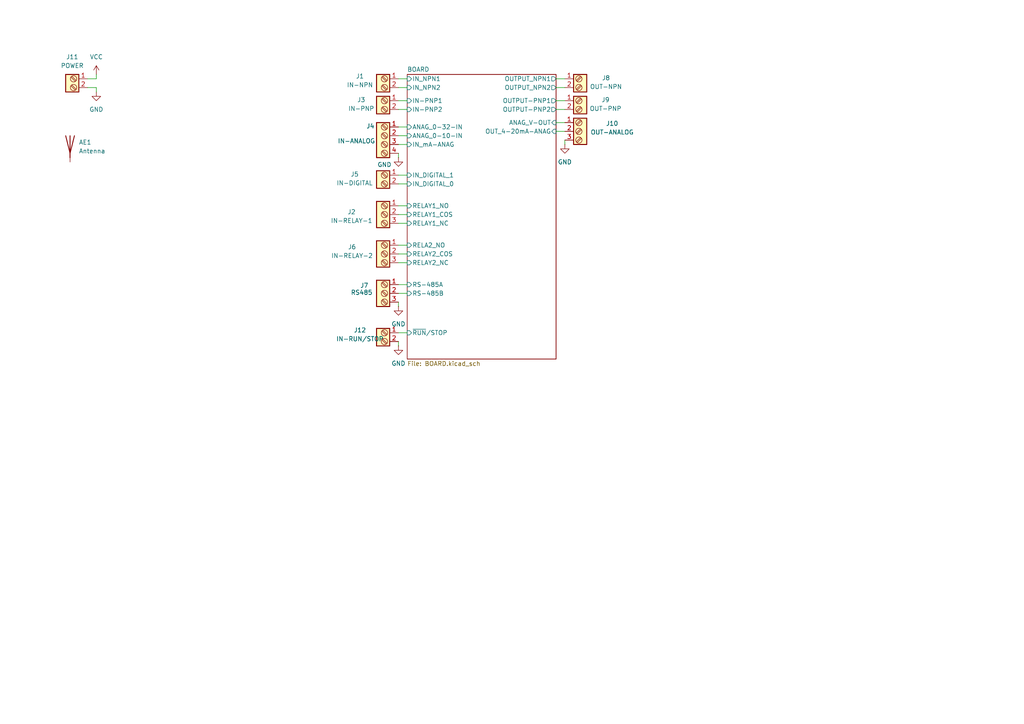
<source format=kicad_sch>
(kicad_sch
	(version 20250114)
	(generator "eeschema")
	(generator_version "9.0")
	(uuid "65bd0161-ef9e-46bf-8f53-5e79265dec38")
	(paper "A4")
	(lib_symbols
		(symbol "Device:Antenna"
			(pin_numbers
				(hide yes)
			)
			(pin_names
				(offset 1.016)
				(hide yes)
			)
			(exclude_from_sim no)
			(in_bom yes)
			(on_board yes)
			(property "Reference" "AE"
				(at -1.905 1.905 0)
				(effects
					(font
						(size 1.27 1.27)
					)
					(justify right)
				)
			)
			(property "Value" "Antenna"
				(at -1.905 0 0)
				(effects
					(font
						(size 1.27 1.27)
					)
					(justify right)
				)
			)
			(property "Footprint" ""
				(at 0 0 0)
				(effects
					(font
						(size 1.27 1.27)
					)
					(hide yes)
				)
			)
			(property "Datasheet" "~"
				(at 0 0 0)
				(effects
					(font
						(size 1.27 1.27)
					)
					(hide yes)
				)
			)
			(property "Description" "Antenna"
				(at 0 0 0)
				(effects
					(font
						(size 1.27 1.27)
					)
					(hide yes)
				)
			)
			(property "ki_keywords" "antenna"
				(at 0 0 0)
				(effects
					(font
						(size 1.27 1.27)
					)
					(hide yes)
				)
			)
			(symbol "Antenna_0_1"
				(polyline
					(pts
						(xy 0 2.54) (xy 0 -3.81)
					)
					(stroke
						(width 0.254)
						(type default)
					)
					(fill
						(type none)
					)
				)
				(polyline
					(pts
						(xy 1.27 2.54) (xy 0 -2.54) (xy -1.27 2.54)
					)
					(stroke
						(width 0.254)
						(type default)
					)
					(fill
						(type none)
					)
				)
			)
			(symbol "Antenna_1_1"
				(pin input line
					(at 0 -5.08 90)
					(length 2.54)
					(name "A"
						(effects
							(font
								(size 1.27 1.27)
							)
						)
					)
					(number "1"
						(effects
							(font
								(size 1.27 1.27)
							)
						)
					)
				)
			)
			(embedded_fonts no)
		)
		(symbol "PCM_SL_Screw_Terminal:Screw_Terminal_2_P5.00mm"
			(exclude_from_sim no)
			(in_bom yes)
			(on_board yes)
			(property "Reference" "J"
				(at 0 3.81 0)
				(effects
					(font
						(size 1.27 1.27)
					)
				)
			)
			(property "Value" "Screw_Terminal_2_P5.00mm"
				(at 0 -3.81 0)
				(effects
					(font
						(size 1.27 1.27)
					)
				)
			)
			(property "Footprint" "TerminalBlock_Phoenix:TerminalBlock_Phoenix_PT-1,5-2-5.0-H_1x02_P5.00mm_Horizontal"
				(at 1.27 -6.35 0)
				(effects
					(font
						(size 1.27 1.27)
					)
					(hide yes)
				)
			)
			(property "Datasheet" ""
				(at 0 0 0)
				(effects
					(font
						(size 1.27 1.27)
					)
					(hide yes)
				)
			)
			(property "Description" ""
				(at 0 0 0)
				(effects
					(font
						(size 1.27 1.27)
					)
					(hide yes)
				)
			)
			(property "ki_keywords" "Screw Terminal"
				(at 0 0 0)
				(effects
					(font
						(size 1.27 1.27)
					)
					(hide yes)
				)
			)
			(symbol "Screw_Terminal_2_P5.00mm_0_1"
				(rectangle
					(start -1.27 2.54)
					(end 2.54 -2.54)
					(stroke
						(width 0.3)
						(type default)
					)
					(fill
						(type background)
					)
				)
				(polyline
					(pts
						(xy -0.254 0.508) (xy 1.016 1.778)
					)
					(stroke
						(width 0)
						(type default)
					)
					(fill
						(type none)
					)
				)
				(polyline
					(pts
						(xy -0.254 -2.032) (xy 1.016 -0.762)
					)
					(stroke
						(width 0)
						(type default)
					)
					(fill
						(type none)
					)
				)
				(polyline
					(pts
						(xy 0 1.27) (xy -0.508 0.762) (xy 0.762 2.032)
					)
					(stroke
						(width 0)
						(type default)
					)
					(fill
						(type none)
					)
				)
				(polyline
					(pts
						(xy 0 -1.27) (xy -0.508 -1.778) (xy 0.762 -0.508)
					)
					(stroke
						(width 0)
						(type default)
					)
					(fill
						(type none)
					)
				)
				(circle
					(center 0.254 1.27)
					(radius 0.9158)
					(stroke
						(width 0)
						(type default)
					)
					(fill
						(type none)
					)
				)
				(circle
					(center 0.254 -1.27)
					(radius 0.9158)
					(stroke
						(width 0)
						(type default)
					)
					(fill
						(type none)
					)
				)
			)
			(symbol "Screw_Terminal_2_P5.00mm_1_1"
				(pin passive line
					(at -3.81 1.27 0)
					(length 2.54)
					(name ""
						(effects
							(font
								(size 1.27 1.27)
							)
						)
					)
					(number "1"
						(effects
							(font
								(size 1.27 1.27)
							)
						)
					)
				)
				(pin passive line
					(at -3.81 -1.27 0)
					(length 2.54)
					(name ""
						(effects
							(font
								(size 1.27 1.27)
							)
						)
					)
					(number "2"
						(effects
							(font
								(size 1.27 1.27)
							)
						)
					)
				)
			)
			(embedded_fonts no)
		)
		(symbol "PCM_SL_Screw_Terminal:Screw_Terminal_3_P5.00mm"
			(exclude_from_sim no)
			(in_bom yes)
			(on_board yes)
			(property "Reference" "J"
				(at 0 5.842 0)
				(effects
					(font
						(size 1.27 1.27)
					)
				)
			)
			(property "Value" "Screw_Terminal_3_P5.00mm"
				(at 1.27 -5.588 0)
				(effects
					(font
						(size 1.27 1.27)
					)
				)
			)
			(property "Footprint" "TerminalBlock_Phoenix:TerminalBlock_Phoenix_PT-1,5-3-5.0-H_1x03_P5.00mm_Horizontal"
				(at 1.27 -7.62 0)
				(effects
					(font
						(size 1.27 1.27)
					)
					(hide yes)
				)
			)
			(property "Datasheet" ""
				(at 0 1.27 0)
				(effects
					(font
						(size 1.27 1.27)
					)
					(hide yes)
				)
			)
			(property "Description" ""
				(at 0 0 0)
				(effects
					(font
						(size 1.27 1.27)
					)
					(hide yes)
				)
			)
			(symbol "Screw_Terminal_3_P5.00mm_0_1"
				(rectangle
					(start -1.27 3.81)
					(end 2.54 -3.81)
					(stroke
						(width 0.3)
						(type default)
					)
					(fill
						(type background)
					)
				)
				(polyline
					(pts
						(xy -0.254 1.778) (xy 1.016 3.048)
					)
					(stroke
						(width 0)
						(type default)
					)
					(fill
						(type none)
					)
				)
				(polyline
					(pts
						(xy -0.254 -0.762) (xy 1.016 0.508)
					)
					(stroke
						(width 0)
						(type default)
					)
					(fill
						(type none)
					)
				)
				(polyline
					(pts
						(xy -0.254 -3.302) (xy 1.016 -2.032)
					)
					(stroke
						(width 0)
						(type default)
					)
					(fill
						(type none)
					)
				)
				(polyline
					(pts
						(xy 0 2.54) (xy -0.508 2.032) (xy 0.762 3.302)
					)
					(stroke
						(width 0)
						(type default)
					)
					(fill
						(type none)
					)
				)
				(polyline
					(pts
						(xy 0 0) (xy -0.508 -0.508) (xy 0.762 0.762)
					)
					(stroke
						(width 0)
						(type default)
					)
					(fill
						(type none)
					)
				)
				(polyline
					(pts
						(xy 0 -2.54) (xy -0.508 -3.048) (xy 0.762 -1.778)
					)
					(stroke
						(width 0)
						(type default)
					)
					(fill
						(type none)
					)
				)
				(circle
					(center 0.254 2.54)
					(radius 0.9158)
					(stroke
						(width 0)
						(type default)
					)
					(fill
						(type none)
					)
				)
				(circle
					(center 0.254 0)
					(radius 0.9158)
					(stroke
						(width 0)
						(type default)
					)
					(fill
						(type none)
					)
				)
				(circle
					(center 0.254 -2.54)
					(radius 0.9158)
					(stroke
						(width 0)
						(type default)
					)
					(fill
						(type none)
					)
				)
			)
			(symbol "Screw_Terminal_3_P5.00mm_1_1"
				(pin passive line
					(at -3.81 2.54 0)
					(length 2.54)
					(name ""
						(effects
							(font
								(size 1.27 1.27)
							)
						)
					)
					(number "1"
						(effects
							(font
								(size 1.27 1.27)
							)
						)
					)
				)
				(pin passive line
					(at -3.81 0 0)
					(length 2.54)
					(name ""
						(effects
							(font
								(size 1.27 1.27)
							)
						)
					)
					(number "2"
						(effects
							(font
								(size 1.27 1.27)
							)
						)
					)
				)
				(pin passive line
					(at -3.81 -2.54 0)
					(length 2.54)
					(name ""
						(effects
							(font
								(size 1.27 1.27)
							)
						)
					)
					(number "3"
						(effects
							(font
								(size 1.27 1.27)
							)
						)
					)
				)
			)
			(embedded_fonts no)
		)
		(symbol "PCM_SL_Screw_Terminal:Screw_Terminal_4_P5.00mm"
			(exclude_from_sim no)
			(in_bom yes)
			(on_board yes)
			(property "Reference" "J"
				(at 0 6.35 0)
				(effects
					(font
						(size 1.27 1.27)
					)
				)
			)
			(property "Value" "Screw_Terminal_4_P5.00mm"
				(at 1.27 -6.35 0)
				(effects
					(font
						(size 1.27 1.27)
					)
				)
			)
			(property "Footprint" "TerminalBlock_Phoenix:TerminalBlock_Phoenix_PT-1,5-4-5.0-H_1x04_P5.00mm_Horizontal"
				(at 0 -8.89 0)
				(effects
					(font
						(size 1.27 1.27)
					)
					(hide yes)
				)
			)
			(property "Datasheet" ""
				(at 0 2.54 0)
				(effects
					(font
						(size 1.27 1.27)
					)
					(hide yes)
				)
			)
			(property "Description" ""
				(at 0 0 0)
				(effects
					(font
						(size 1.27 1.27)
					)
					(hide yes)
				)
			)
			(symbol "Screw_Terminal_4_P5.00mm_0_1"
				(rectangle
					(start -1.27 5.08)
					(end 2.54 -5.08)
					(stroke
						(width 0.3)
						(type default)
					)
					(fill
						(type background)
					)
				)
				(polyline
					(pts
						(xy -0.254 3.048) (xy 1.016 4.318)
					)
					(stroke
						(width 0)
						(type default)
					)
					(fill
						(type none)
					)
				)
				(polyline
					(pts
						(xy -0.254 0.508) (xy 1.016 1.778)
					)
					(stroke
						(width 0)
						(type default)
					)
					(fill
						(type none)
					)
				)
				(polyline
					(pts
						(xy -0.254 -2.032) (xy 1.016 -0.762)
					)
					(stroke
						(width 0)
						(type default)
					)
					(fill
						(type none)
					)
				)
				(polyline
					(pts
						(xy -0.254 -4.572) (xy 1.016 -3.302)
					)
					(stroke
						(width 0)
						(type default)
					)
					(fill
						(type none)
					)
				)
				(polyline
					(pts
						(xy 0 3.81) (xy -0.508 3.302) (xy 0.762 4.572)
					)
					(stroke
						(width 0)
						(type default)
					)
					(fill
						(type none)
					)
				)
				(polyline
					(pts
						(xy 0 1.27) (xy -0.508 0.762) (xy 0.762 2.032)
					)
					(stroke
						(width 0)
						(type default)
					)
					(fill
						(type none)
					)
				)
				(polyline
					(pts
						(xy 0 -1.27) (xy -0.508 -1.778) (xy 0.762 -0.508)
					)
					(stroke
						(width 0)
						(type default)
					)
					(fill
						(type none)
					)
				)
				(polyline
					(pts
						(xy 0 -3.81) (xy -0.508 -4.318) (xy 0.762 -3.048)
					)
					(stroke
						(width 0)
						(type default)
					)
					(fill
						(type none)
					)
				)
				(circle
					(center 0.254 3.81)
					(radius 0.9158)
					(stroke
						(width 0)
						(type default)
					)
					(fill
						(type none)
					)
				)
				(circle
					(center 0.254 1.27)
					(radius 0.9158)
					(stroke
						(width 0)
						(type default)
					)
					(fill
						(type none)
					)
				)
				(circle
					(center 0.254 -1.27)
					(radius 0.9158)
					(stroke
						(width 0)
						(type default)
					)
					(fill
						(type none)
					)
				)
				(circle
					(center 0.254 -3.81)
					(radius 0.9158)
					(stroke
						(width 0)
						(type default)
					)
					(fill
						(type none)
					)
				)
			)
			(symbol "Screw_Terminal_4_P5.00mm_1_1"
				(pin passive line
					(at -3.81 3.81 0)
					(length 2.54)
					(name ""
						(effects
							(font
								(size 1.27 1.27)
							)
						)
					)
					(number "1"
						(effects
							(font
								(size 1.27 1.27)
							)
						)
					)
				)
				(pin passive line
					(at -3.81 1.27 0)
					(length 2.54)
					(name ""
						(effects
							(font
								(size 1.27 1.27)
							)
						)
					)
					(number "2"
						(effects
							(font
								(size 1.27 1.27)
							)
						)
					)
				)
				(pin passive line
					(at -3.81 -1.27 0)
					(length 2.54)
					(name ""
						(effects
							(font
								(size 1.27 1.27)
							)
						)
					)
					(number "3"
						(effects
							(font
								(size 1.27 1.27)
							)
						)
					)
				)
				(pin passive line
					(at -3.81 -3.81 0)
					(length 2.54)
					(name ""
						(effects
							(font
								(size 1.27 1.27)
							)
						)
					)
					(number "4"
						(effects
							(font
								(size 1.27 1.27)
							)
						)
					)
				)
			)
			(embedded_fonts no)
		)
		(symbol "power:GND"
			(power)
			(pin_numbers
				(hide yes)
			)
			(pin_names
				(offset 0)
				(hide yes)
			)
			(exclude_from_sim no)
			(in_bom yes)
			(on_board yes)
			(property "Reference" "#PWR"
				(at 0 -6.35 0)
				(effects
					(font
						(size 1.27 1.27)
					)
					(hide yes)
				)
			)
			(property "Value" "GND"
				(at 0 -3.81 0)
				(effects
					(font
						(size 1.27 1.27)
					)
				)
			)
			(property "Footprint" ""
				(at 0 0 0)
				(effects
					(font
						(size 1.27 1.27)
					)
					(hide yes)
				)
			)
			(property "Datasheet" ""
				(at 0 0 0)
				(effects
					(font
						(size 1.27 1.27)
					)
					(hide yes)
				)
			)
			(property "Description" "Power symbol creates a global label with name \"GND\" , ground"
				(at 0 0 0)
				(effects
					(font
						(size 1.27 1.27)
					)
					(hide yes)
				)
			)
			(property "ki_keywords" "global power"
				(at 0 0 0)
				(effects
					(font
						(size 1.27 1.27)
					)
					(hide yes)
				)
			)
			(symbol "GND_0_1"
				(polyline
					(pts
						(xy 0 0) (xy 0 -1.27) (xy 1.27 -1.27) (xy 0 -2.54) (xy -1.27 -1.27) (xy 0 -1.27)
					)
					(stroke
						(width 0)
						(type default)
					)
					(fill
						(type none)
					)
				)
			)
			(symbol "GND_1_1"
				(pin power_in line
					(at 0 0 270)
					(length 0)
					(name "~"
						(effects
							(font
								(size 1.27 1.27)
							)
						)
					)
					(number "1"
						(effects
							(font
								(size 1.27 1.27)
							)
						)
					)
				)
			)
			(embedded_fonts no)
		)
		(symbol "power:VCC"
			(power)
			(pin_numbers
				(hide yes)
			)
			(pin_names
				(offset 0)
				(hide yes)
			)
			(exclude_from_sim no)
			(in_bom yes)
			(on_board yes)
			(property "Reference" "#PWR"
				(at 0 -3.81 0)
				(effects
					(font
						(size 1.27 1.27)
					)
					(hide yes)
				)
			)
			(property "Value" "VCC"
				(at 0 3.556 0)
				(effects
					(font
						(size 1.27 1.27)
					)
				)
			)
			(property "Footprint" ""
				(at 0 0 0)
				(effects
					(font
						(size 1.27 1.27)
					)
					(hide yes)
				)
			)
			(property "Datasheet" ""
				(at 0 0 0)
				(effects
					(font
						(size 1.27 1.27)
					)
					(hide yes)
				)
			)
			(property "Description" "Power symbol creates a global label with name \"VCC\""
				(at 0 0 0)
				(effects
					(font
						(size 1.27 1.27)
					)
					(hide yes)
				)
			)
			(property "ki_keywords" "global power"
				(at 0 0 0)
				(effects
					(font
						(size 1.27 1.27)
					)
					(hide yes)
				)
			)
			(symbol "VCC_0_1"
				(polyline
					(pts
						(xy -0.762 1.27) (xy 0 2.54)
					)
					(stroke
						(width 0)
						(type default)
					)
					(fill
						(type none)
					)
				)
				(polyline
					(pts
						(xy 0 2.54) (xy 0.762 1.27)
					)
					(stroke
						(width 0)
						(type default)
					)
					(fill
						(type none)
					)
				)
				(polyline
					(pts
						(xy 0 0) (xy 0 2.54)
					)
					(stroke
						(width 0)
						(type default)
					)
					(fill
						(type none)
					)
				)
			)
			(symbol "VCC_1_1"
				(pin power_in line
					(at 0 0 90)
					(length 0)
					(name "~"
						(effects
							(font
								(size 1.27 1.27)
							)
						)
					)
					(number "1"
						(effects
							(font
								(size 1.27 1.27)
							)
						)
					)
				)
			)
			(embedded_fonts no)
		)
	)
	(wire
		(pts
			(xy 115.57 59.69) (xy 118.11 59.69)
		)
		(stroke
			(width 0)
			(type default)
		)
		(uuid "02f7d02f-6861-4204-9720-d15d0b92f5d6")
	)
	(wire
		(pts
			(xy 161.29 25.4) (xy 163.83 25.4)
		)
		(stroke
			(width 0)
			(type default)
		)
		(uuid "0311ad33-7fe4-49d2-9dc2-36e74f4c172d")
	)
	(wire
		(pts
			(xy 161.29 29.21) (xy 163.83 29.21)
		)
		(stroke
			(width 0)
			(type default)
		)
		(uuid "0679aab0-6b76-4f61-b1be-8e7fa41c5cb8")
	)
	(wire
		(pts
			(xy 115.57 53.34) (xy 118.11 53.34)
		)
		(stroke
			(width 0)
			(type default)
		)
		(uuid "0ebad3fb-450c-44d2-a987-f063680b281b")
	)
	(wire
		(pts
			(xy 115.57 100.33) (xy 115.57 99.06)
		)
		(stroke
			(width 0)
			(type default)
		)
		(uuid "11d1c517-f618-417d-8862-a15d963678a1")
	)
	(wire
		(pts
			(xy 161.29 38.1) (xy 163.83 38.1)
		)
		(stroke
			(width 0)
			(type default)
		)
		(uuid "1750445f-be62-45b2-8f3e-4b0cd5fbbaa0")
	)
	(wire
		(pts
			(xy 115.57 41.91) (xy 118.11 41.91)
		)
		(stroke
			(width 0)
			(type default)
		)
		(uuid "1cd37925-1ede-4506-bc6a-5928d8b648d5")
	)
	(wire
		(pts
			(xy 27.94 26.67) (xy 27.94 25.4)
		)
		(stroke
			(width 0)
			(type default)
		)
		(uuid "24174e6c-72de-44bd-85d6-6853013eac07")
	)
	(wire
		(pts
			(xy 27.94 22.86) (xy 25.4 22.86)
		)
		(stroke
			(width 0)
			(type default)
		)
		(uuid "2d81ce4f-1be9-4147-8291-cc2241fb561f")
	)
	(wire
		(pts
			(xy 115.57 29.21) (xy 118.11 29.21)
		)
		(stroke
			(width 0)
			(type default)
		)
		(uuid "408d6cca-da0f-4fce-a9cc-3c0c598f3ad6")
	)
	(wire
		(pts
			(xy 115.57 73.66) (xy 118.11 73.66)
		)
		(stroke
			(width 0)
			(type default)
		)
		(uuid "4c44b567-6d94-4195-8ddf-cf411c99f24e")
	)
	(wire
		(pts
			(xy 115.57 25.4) (xy 118.11 25.4)
		)
		(stroke
			(width 0)
			(type default)
		)
		(uuid "4e70a5c3-19f9-4f9b-9d84-101f716849da")
	)
	(wire
		(pts
			(xy 115.57 71.12) (xy 118.11 71.12)
		)
		(stroke
			(width 0)
			(type default)
		)
		(uuid "560ad702-e081-42a2-8b64-67cd371af9d7")
	)
	(wire
		(pts
			(xy 115.57 85.09) (xy 118.11 85.09)
		)
		(stroke
			(width 0)
			(type default)
		)
		(uuid "62f53112-7b9c-446e-8d49-cf6438484479")
	)
	(wire
		(pts
			(xy 115.57 22.86) (xy 118.11 22.86)
		)
		(stroke
			(width 0)
			(type default)
		)
		(uuid "66e30d46-f89e-4822-9b67-14f5fb0f0355")
	)
	(wire
		(pts
			(xy 163.83 40.64) (xy 163.83 41.91)
		)
		(stroke
			(width 0)
			(type default)
		)
		(uuid "74fa91fd-7f0c-4c0d-a4ad-2c5048cdf508")
	)
	(wire
		(pts
			(xy 115.57 87.63) (xy 115.57 88.9)
		)
		(stroke
			(width 0)
			(type default)
		)
		(uuid "79b0d410-43b9-4b12-b045-3592354a60aa")
	)
	(wire
		(pts
			(xy 161.29 35.56) (xy 163.83 35.56)
		)
		(stroke
			(width 0)
			(type default)
		)
		(uuid "86de7d46-a067-4502-bf1a-ac8181c18681")
	)
	(wire
		(pts
			(xy 115.57 62.23) (xy 118.11 62.23)
		)
		(stroke
			(width 0)
			(type default)
		)
		(uuid "93a7dbd2-3f0d-48a0-befe-31bc8d0c3384")
	)
	(wire
		(pts
			(xy 161.29 31.75) (xy 163.83 31.75)
		)
		(stroke
			(width 0)
			(type default)
		)
		(uuid "97d1a302-b3ad-47cf-b5e3-ed02c53f3a0a")
	)
	(wire
		(pts
			(xy 27.94 25.4) (xy 25.4 25.4)
		)
		(stroke
			(width 0)
			(type default)
		)
		(uuid "a15737e9-19e2-4a80-b46d-a20bd7bb8997")
	)
	(wire
		(pts
			(xy 115.57 39.37) (xy 118.11 39.37)
		)
		(stroke
			(width 0)
			(type default)
		)
		(uuid "a3967b45-f818-486f-9cc8-0218abca8512")
	)
	(wire
		(pts
			(xy 115.57 64.77) (xy 118.11 64.77)
		)
		(stroke
			(width 0)
			(type default)
		)
		(uuid "ada3c2cf-acf9-4dfd-8f70-ad06f7e95a43")
	)
	(wire
		(pts
			(xy 115.57 76.2) (xy 118.11 76.2)
		)
		(stroke
			(width 0)
			(type default)
		)
		(uuid "b0367d8f-b137-44fb-9d67-c965370db48f")
	)
	(wire
		(pts
			(xy 115.57 31.75) (xy 118.11 31.75)
		)
		(stroke
			(width 0)
			(type default)
		)
		(uuid "b788111f-059d-4343-aabc-eb9c9c24737b")
	)
	(wire
		(pts
			(xy 115.57 44.45) (xy 115.57 45.72)
		)
		(stroke
			(width 0)
			(type default)
		)
		(uuid "c07b1f73-dd98-4cd8-bae8-9d720620c537")
	)
	(wire
		(pts
			(xy 115.57 36.83) (xy 118.11 36.83)
		)
		(stroke
			(width 0)
			(type default)
		)
		(uuid "c827ab82-0a43-46b3-95d5-b7e57609c3e4")
	)
	(wire
		(pts
			(xy 27.94 21.59) (xy 27.94 22.86)
		)
		(stroke
			(width 0)
			(type default)
		)
		(uuid "e78df6ba-96d2-4991-87ab-c17c51025305")
	)
	(wire
		(pts
			(xy 115.57 96.52) (xy 118.11 96.52)
		)
		(stroke
			(width 0)
			(type default)
		)
		(uuid "e79cb01d-a663-47ce-b110-a60b963caba1")
	)
	(wire
		(pts
			(xy 115.57 50.8) (xy 118.11 50.8)
		)
		(stroke
			(width 0)
			(type default)
		)
		(uuid "f6d4655b-6e3c-49f5-879f-cc129769b06c")
	)
	(wire
		(pts
			(xy 161.29 22.86) (xy 163.83 22.86)
		)
		(stroke
			(width 0)
			(type default)
		)
		(uuid "f8910cbf-29c4-40f6-88ee-2ec1373359c9")
	)
	(wire
		(pts
			(xy 115.57 82.55) (xy 118.11 82.55)
		)
		(stroke
			(width 0)
			(type default)
		)
		(uuid "f8b04541-1df7-464a-b021-afff61e13bc8")
	)
	(symbol
		(lib_id "power:VCC")
		(at 27.94 21.59 0)
		(unit 1)
		(exclude_from_sim no)
		(in_bom yes)
		(on_board yes)
		(dnp no)
		(fields_autoplaced yes)
		(uuid "19b1f32d-f7ce-4f7b-9685-b99c2b960e40")
		(property "Reference" "#PWR01"
			(at 27.94 25.4 0)
			(effects
				(font
					(size 1.27 1.27)
				)
				(hide yes)
			)
		)
		(property "Value" "VCC"
			(at 27.94 16.51 0)
			(effects
				(font
					(size 1.27 1.27)
				)
			)
		)
		(property "Footprint" ""
			(at 27.94 21.59 0)
			(effects
				(font
					(size 1.27 1.27)
				)
				(hide yes)
			)
		)
		(property "Datasheet" ""
			(at 27.94 21.59 0)
			(effects
				(font
					(size 1.27 1.27)
				)
				(hide yes)
			)
		)
		(property "Description" "Power symbol creates a global label with name \"VCC\""
			(at 27.94 21.59 0)
			(effects
				(font
					(size 1.27 1.27)
				)
				(hide yes)
			)
		)
		(pin "1"
			(uuid "5900d356-b8e1-4957-bac5-8e2e944f6fce")
		)
		(instances
			(project ""
				(path "/65bd0161-ef9e-46bf-8f53-5e79265dec38"
					(reference "#PWR01")
					(unit 1)
				)
			)
		)
	)
	(symbol
		(lib_id "PCM_SL_Screw_Terminal:Screw_Terminal_2_P5.00mm")
		(at 111.76 52.07 0)
		(mirror y)
		(unit 1)
		(exclude_from_sim no)
		(in_bom yes)
		(on_board yes)
		(dnp no)
		(uuid "1c5fb7ed-fc83-42be-bbdb-8b2cb6c7409c")
		(property "Reference" "J5"
			(at 102.87 50.546 0)
			(effects
				(font
					(size 1.27 1.27)
				)
			)
		)
		(property "Value" "IN-DIGITAL"
			(at 102.87 53.086 0)
			(effects
				(font
					(size 1.27 1.27)
				)
			)
		)
		(property "Footprint" "TerminalBlock_Phoenix:TerminalBlock_Phoenix_PT-1,5-2-5.0-H_1x02_P5.00mm_Horizontal"
			(at 110.49 58.42 0)
			(effects
				(font
					(size 1.27 1.27)
				)
				(hide yes)
			)
		)
		(property "Datasheet" ""
			(at 111.76 52.07 0)
			(effects
				(font
					(size 1.27 1.27)
				)
				(hide yes)
			)
		)
		(property "Description" ""
			(at 111.76 52.07 0)
			(effects
				(font
					(size 1.27 1.27)
				)
				(hide yes)
			)
		)
		(pin "1"
			(uuid "aced23a0-3cae-4cb8-9563-72b53af71457")
		)
		(pin "2"
			(uuid "6b6d2f40-714b-4402-8b05-fbd974ce1c73")
		)
		(instances
			(project "PCB2"
				(path "/65bd0161-ef9e-46bf-8f53-5e79265dec38"
					(reference "J5")
					(unit 1)
				)
			)
		)
	)
	(symbol
		(lib_id "power:GND")
		(at 163.83 41.91 0)
		(unit 1)
		(exclude_from_sim no)
		(in_bom yes)
		(on_board yes)
		(dnp no)
		(fields_autoplaced yes)
		(uuid "2f23e1bd-2556-4611-bcbd-cd2f59a3502d")
		(property "Reference" "#PWR06"
			(at 163.83 48.26 0)
			(effects
				(font
					(size 1.27 1.27)
				)
				(hide yes)
			)
		)
		(property "Value" "GND"
			(at 163.83 46.99 0)
			(effects
				(font
					(size 1.27 1.27)
				)
			)
		)
		(property "Footprint" ""
			(at 163.83 41.91 0)
			(effects
				(font
					(size 1.27 1.27)
				)
				(hide yes)
			)
		)
		(property "Datasheet" ""
			(at 163.83 41.91 0)
			(effects
				(font
					(size 1.27 1.27)
				)
				(hide yes)
			)
		)
		(property "Description" "Power symbol creates a global label with name \"GND\" , ground"
			(at 163.83 41.91 0)
			(effects
				(font
					(size 1.27 1.27)
				)
				(hide yes)
			)
		)
		(pin "1"
			(uuid "b608ebcf-a648-4359-ba2a-03b8a383b4d4")
		)
		(instances
			(project "PCB2"
				(path "/65bd0161-ef9e-46bf-8f53-5e79265dec38"
					(reference "#PWR06")
					(unit 1)
				)
			)
		)
	)
	(symbol
		(lib_id "PCM_SL_Screw_Terminal:Screw_Terminal_2_P5.00mm")
		(at 111.76 97.79 0)
		(mirror y)
		(unit 1)
		(exclude_from_sim no)
		(in_bom yes)
		(on_board yes)
		(dnp no)
		(uuid "315a787f-1251-4cf5-80e3-7d0d1f118544")
		(property "Reference" "J12"
			(at 104.394 95.758 0)
			(effects
				(font
					(size 1.27 1.27)
				)
			)
		)
		(property "Value" "IN-RUN/STOP"
			(at 104.394 98.298 0)
			(effects
				(font
					(size 1.27 1.27)
				)
			)
		)
		(property "Footprint" "TerminalBlock_Phoenix:TerminalBlock_Phoenix_PT-1,5-2-5.0-H_1x02_P5.00mm_Horizontal"
			(at 110.49 104.14 0)
			(effects
				(font
					(size 1.27 1.27)
				)
				(hide yes)
			)
		)
		(property "Datasheet" ""
			(at 111.76 97.79 0)
			(effects
				(font
					(size 1.27 1.27)
				)
				(hide yes)
			)
		)
		(property "Description" ""
			(at 111.76 97.79 0)
			(effects
				(font
					(size 1.27 1.27)
				)
				(hide yes)
			)
		)
		(pin "1"
			(uuid "f761d1c7-2021-4f12-a0aa-d81dd4388707")
		)
		(pin "2"
			(uuid "1ce90182-deac-4e40-a2c3-1e9ffdfc44b7")
		)
		(instances
			(project "PCB2"
				(path "/65bd0161-ef9e-46bf-8f53-5e79265dec38"
					(reference "J12")
					(unit 1)
				)
			)
		)
	)
	(symbol
		(lib_id "power:GND")
		(at 115.57 100.33 0)
		(unit 1)
		(exclude_from_sim no)
		(in_bom yes)
		(on_board yes)
		(dnp no)
		(fields_autoplaced yes)
		(uuid "4ed9b792-5bcd-4cfa-b324-71244b7027f8")
		(property "Reference" "#PWR05"
			(at 115.57 106.68 0)
			(effects
				(font
					(size 1.27 1.27)
				)
				(hide yes)
			)
		)
		(property "Value" "GND"
			(at 115.57 105.41 0)
			(effects
				(font
					(size 1.27 1.27)
				)
			)
		)
		(property "Footprint" ""
			(at 115.57 100.33 0)
			(effects
				(font
					(size 1.27 1.27)
				)
				(hide yes)
			)
		)
		(property "Datasheet" ""
			(at 115.57 100.33 0)
			(effects
				(font
					(size 1.27 1.27)
				)
				(hide yes)
			)
		)
		(property "Description" "Power symbol creates a global label with name \"GND\" , ground"
			(at 115.57 100.33 0)
			(effects
				(font
					(size 1.27 1.27)
				)
				(hide yes)
			)
		)
		(pin "1"
			(uuid "10dfa3f6-79fb-4e24-a2ab-a32680cde8d3")
		)
		(instances
			(project "PCB2"
				(path "/65bd0161-ef9e-46bf-8f53-5e79265dec38"
					(reference "#PWR05")
					(unit 1)
				)
			)
		)
	)
	(symbol
		(lib_id "power:GND")
		(at 115.57 88.9 0)
		(unit 1)
		(exclude_from_sim no)
		(in_bom yes)
		(on_board yes)
		(dnp no)
		(fields_autoplaced yes)
		(uuid "6601d930-4663-4cfe-a97f-30e6e77c5ee3")
		(property "Reference" "#PWR07"
			(at 115.57 95.25 0)
			(effects
				(font
					(size 1.27 1.27)
				)
				(hide yes)
			)
		)
		(property "Value" "GND"
			(at 115.57 93.98 0)
			(effects
				(font
					(size 1.27 1.27)
				)
			)
		)
		(property "Footprint" ""
			(at 115.57 88.9 0)
			(effects
				(font
					(size 1.27 1.27)
				)
				(hide yes)
			)
		)
		(property "Datasheet" ""
			(at 115.57 88.9 0)
			(effects
				(font
					(size 1.27 1.27)
				)
				(hide yes)
			)
		)
		(property "Description" "Power symbol creates a global label with name \"GND\" , ground"
			(at 115.57 88.9 0)
			(effects
				(font
					(size 1.27 1.27)
				)
				(hide yes)
			)
		)
		(pin "1"
			(uuid "cc384eba-6f7d-401a-8b43-f3f45072006b")
		)
		(instances
			(project "PCB2"
				(path "/65bd0161-ef9e-46bf-8f53-5e79265dec38"
					(reference "#PWR07")
					(unit 1)
				)
			)
		)
	)
	(symbol
		(lib_id "PCM_SL_Screw_Terminal:Screw_Terminal_2_P5.00mm")
		(at 21.59 24.13 0)
		(mirror y)
		(unit 1)
		(exclude_from_sim no)
		(in_bom yes)
		(on_board yes)
		(dnp no)
		(uuid "67632a9f-8979-48b7-9de5-26f93ce66729")
		(property "Reference" "J11"
			(at 20.955 16.51 0)
			(effects
				(font
					(size 1.27 1.27)
				)
			)
		)
		(property "Value" "POWER"
			(at 20.955 19.05 0)
			(effects
				(font
					(size 1.27 1.27)
				)
			)
		)
		(property "Footprint" "TerminalBlock_Phoenix:TerminalBlock_Phoenix_PT-1,5-2-5.0-H_1x02_P5.00mm_Horizontal"
			(at 20.32 30.48 0)
			(effects
				(font
					(size 1.27 1.27)
				)
				(hide yes)
			)
		)
		(property "Datasheet" ""
			(at 21.59 24.13 0)
			(effects
				(font
					(size 1.27 1.27)
				)
				(hide yes)
			)
		)
		(property "Description" ""
			(at 21.59 24.13 0)
			(effects
				(font
					(size 1.27 1.27)
				)
				(hide yes)
			)
		)
		(pin "1"
			(uuid "7558d84a-cdef-4aa3-a476-7a1934b197b7")
		)
		(pin "2"
			(uuid "304e711c-2f9a-4ff9-bee5-16e2638b31e0")
		)
		(instances
			(project "PCB2"
				(path "/65bd0161-ef9e-46bf-8f53-5e79265dec38"
					(reference "J11")
					(unit 1)
				)
			)
		)
	)
	(symbol
		(lib_id "PCM_SL_Screw_Terminal:Screw_Terminal_2_P5.00mm")
		(at 111.76 24.13 0)
		(mirror y)
		(unit 1)
		(exclude_from_sim no)
		(in_bom yes)
		(on_board yes)
		(dnp no)
		(uuid "8f9da007-9492-4023-af11-60adf86c03f4")
		(property "Reference" "J1"
			(at 104.394 22.098 0)
			(effects
				(font
					(size 1.27 1.27)
				)
			)
		)
		(property "Value" "IN-NPN"
			(at 104.394 24.638 0)
			(effects
				(font
					(size 1.27 1.27)
				)
			)
		)
		(property "Footprint" "TerminalBlock_Phoenix:TerminalBlock_Phoenix_PT-1,5-2-5.0-H_1x02_P5.00mm_Horizontal"
			(at 110.49 30.48 0)
			(effects
				(font
					(size 1.27 1.27)
				)
				(hide yes)
			)
		)
		(property "Datasheet" ""
			(at 111.76 24.13 0)
			(effects
				(font
					(size 1.27 1.27)
				)
				(hide yes)
			)
		)
		(property "Description" ""
			(at 111.76 24.13 0)
			(effects
				(font
					(size 1.27 1.27)
				)
				(hide yes)
			)
		)
		(pin "1"
			(uuid "e829dab0-9d49-463d-9c89-5e966b4d28aa")
		)
		(pin "2"
			(uuid "4c4f8906-a241-40fe-9a52-9fac78ea4170")
		)
		(instances
			(project ""
				(path "/65bd0161-ef9e-46bf-8f53-5e79265dec38"
					(reference "J1")
					(unit 1)
				)
			)
		)
	)
	(symbol
		(lib_id "PCM_SL_Screw_Terminal:Screw_Terminal_3_P5.00mm")
		(at 111.76 73.66 0)
		(mirror y)
		(unit 1)
		(exclude_from_sim no)
		(in_bom yes)
		(on_board yes)
		(dnp no)
		(uuid "92dd3510-fdf9-4466-afab-4fdd38e2da7e")
		(property "Reference" "J6"
			(at 102.108 71.628 0)
			(effects
				(font
					(size 1.27 1.27)
				)
			)
		)
		(property "Value" "IN-RELAY-2"
			(at 102.108 74.168 0)
			(effects
				(font
					(size 1.27 1.27)
				)
			)
		)
		(property "Footprint" "TerminalBlock_Phoenix:TerminalBlock_Phoenix_PT-1,5-3-5.0-H_1x03_P5.00mm_Horizontal"
			(at 110.49 81.28 0)
			(effects
				(font
					(size 1.27 1.27)
				)
				(hide yes)
			)
		)
		(property "Datasheet" ""
			(at 111.76 72.39 0)
			(effects
				(font
					(size 1.27 1.27)
				)
				(hide yes)
			)
		)
		(property "Description" ""
			(at 111.76 73.66 0)
			(effects
				(font
					(size 1.27 1.27)
				)
				(hide yes)
			)
		)
		(pin "3"
			(uuid "b88a7b76-c835-40ab-87ed-8e76421cb69d")
		)
		(pin "1"
			(uuid "caec0224-ba85-47f2-941e-e216572f8a4f")
		)
		(pin "2"
			(uuid "6aaa998f-92bb-4ef1-9e6a-99bd4db31d7d")
		)
		(instances
			(project "PCB2"
				(path "/65bd0161-ef9e-46bf-8f53-5e79265dec38"
					(reference "J6")
					(unit 1)
				)
			)
		)
	)
	(symbol
		(lib_id "PCM_SL_Screw_Terminal:Screw_Terminal_3_P5.00mm")
		(at 111.76 62.23 0)
		(mirror y)
		(unit 1)
		(exclude_from_sim no)
		(in_bom yes)
		(on_board yes)
		(dnp no)
		(uuid "9b7a58b6-5d26-4e2c-bfcb-bd360a5d7124")
		(property "Reference" "J2"
			(at 101.981 61.468 0)
			(effects
				(font
					(size 1.27 1.27)
				)
			)
		)
		(property "Value" "IN-RELAY-1"
			(at 101.981 64.008 0)
			(effects
				(font
					(size 1.27 1.27)
				)
			)
		)
		(property "Footprint" "TerminalBlock_Phoenix:TerminalBlock_Phoenix_PT-1,5-3-5.0-H_1x03_P5.00mm_Horizontal"
			(at 110.49 69.85 0)
			(effects
				(font
					(size 1.27 1.27)
				)
				(hide yes)
			)
		)
		(property "Datasheet" ""
			(at 111.76 60.96 0)
			(effects
				(font
					(size 1.27 1.27)
				)
				(hide yes)
			)
		)
		(property "Description" ""
			(at 111.76 62.23 0)
			(effects
				(font
					(size 1.27 1.27)
				)
				(hide yes)
			)
		)
		(pin "3"
			(uuid "b078252e-5024-4cf1-a917-59be5baf36ab")
		)
		(pin "1"
			(uuid "1f1234fc-d209-4706-9235-818454be7861")
		)
		(pin "2"
			(uuid "f80e362f-87c7-4ef3-a688-94d538b8917b")
		)
		(instances
			(project ""
				(path "/65bd0161-ef9e-46bf-8f53-5e79265dec38"
					(reference "J2")
					(unit 1)
				)
			)
		)
	)
	(symbol
		(lib_id "PCM_SL_Screw_Terminal:Screw_Terminal_2_P5.00mm")
		(at 167.64 30.48 0)
		(unit 1)
		(exclude_from_sim no)
		(in_bom yes)
		(on_board yes)
		(dnp no)
		(uuid "a37bb016-d40c-414f-b7fc-91177a758ac4")
		(property "Reference" "J9"
			(at 175.641 28.956 0)
			(effects
				(font
					(size 1.27 1.27)
				)
			)
		)
		(property "Value" "OUT-PNP"
			(at 175.641 31.496 0)
			(effects
				(font
					(size 1.27 1.27)
				)
			)
		)
		(property "Footprint" "TerminalBlock_Phoenix:TerminalBlock_Phoenix_PT-1,5-2-5.0-H_1x02_P5.00mm_Horizontal"
			(at 168.91 36.83 0)
			(effects
				(font
					(size 1.27 1.27)
				)
				(hide yes)
			)
		)
		(property "Datasheet" ""
			(at 167.64 30.48 0)
			(effects
				(font
					(size 1.27 1.27)
				)
				(hide yes)
			)
		)
		(property "Description" ""
			(at 167.64 30.48 0)
			(effects
				(font
					(size 1.27 1.27)
				)
				(hide yes)
			)
		)
		(pin "1"
			(uuid "52b1f7ea-1676-434c-afda-fc77eeb77079")
		)
		(pin "2"
			(uuid "b9e17745-64e8-437d-89bc-f2ba73314116")
		)
		(instances
			(project "PCB2"
				(path "/65bd0161-ef9e-46bf-8f53-5e79265dec38"
					(reference "J9")
					(unit 1)
				)
			)
		)
	)
	(symbol
		(lib_id "PCM_SL_Screw_Terminal:Screw_Terminal_3_P5.00mm")
		(at 111.76 85.09 0)
		(mirror y)
		(unit 1)
		(exclude_from_sim no)
		(in_bom yes)
		(on_board yes)
		(dnp no)
		(uuid "a9108ff3-0f6e-4cd4-8917-4943d80658bb")
		(property "Reference" "J7"
			(at 105.664 82.804 0)
			(effects
				(font
					(size 1.27 1.27)
				)
			)
		)
		(property "Value" "RS485"
			(at 104.902 84.836 0)
			(effects
				(font
					(size 1.27 1.27)
				)
			)
		)
		(property "Footprint" "TerminalBlock_Phoenix:TerminalBlock_Phoenix_PT-1,5-3-5.0-H_1x03_P5.00mm_Horizontal"
			(at 110.49 92.71 0)
			(effects
				(font
					(size 1.27 1.27)
				)
				(hide yes)
			)
		)
		(property "Datasheet" ""
			(at 111.76 83.82 0)
			(effects
				(font
					(size 1.27 1.27)
				)
				(hide yes)
			)
		)
		(property "Description" ""
			(at 111.76 85.09 0)
			(effects
				(font
					(size 1.27 1.27)
				)
				(hide yes)
			)
		)
		(pin "3"
			(uuid "fe7b2853-76ac-4c86-96ee-33e0abba01bd")
		)
		(pin "1"
			(uuid "c7900e6c-429e-40fc-b18a-53f1169b0633")
		)
		(pin "2"
			(uuid "707ac383-f049-42c0-bc6a-7b942643e33b")
		)
		(instances
			(project "PCB2"
				(path "/65bd0161-ef9e-46bf-8f53-5e79265dec38"
					(reference "J7")
					(unit 1)
				)
			)
		)
	)
	(symbol
		(lib_id "PCM_SL_Screw_Terminal:Screw_Terminal_2_P5.00mm")
		(at 111.76 30.48 0)
		(mirror y)
		(unit 1)
		(exclude_from_sim no)
		(in_bom yes)
		(on_board yes)
		(dnp no)
		(uuid "b7f1774b-474e-4f98-a778-7d7193250a82")
		(property "Reference" "J3"
			(at 104.775 28.956 0)
			(effects
				(font
					(size 1.27 1.27)
				)
			)
		)
		(property "Value" "IN-PNP"
			(at 104.775 31.496 0)
			(effects
				(font
					(size 1.27 1.27)
				)
			)
		)
		(property "Footprint" "TerminalBlock_Phoenix:TerminalBlock_Phoenix_PT-1,5-2-5.0-H_1x02_P5.00mm_Horizontal"
			(at 110.49 36.83 0)
			(effects
				(font
					(size 1.27 1.27)
				)
				(hide yes)
			)
		)
		(property "Datasheet" ""
			(at 111.76 30.48 0)
			(effects
				(font
					(size 1.27 1.27)
				)
				(hide yes)
			)
		)
		(property "Description" ""
			(at 111.76 30.48 0)
			(effects
				(font
					(size 1.27 1.27)
				)
				(hide yes)
			)
		)
		(pin "1"
			(uuid "0ae24fec-4bfe-49a7-9384-e63302627382")
		)
		(pin "2"
			(uuid "2ac9693e-14bd-4a15-98d8-4f060ab95700")
		)
		(instances
			(project "PCB2"
				(path "/65bd0161-ef9e-46bf-8f53-5e79265dec38"
					(reference "J3")
					(unit 1)
				)
			)
		)
	)
	(symbol
		(lib_id "power:GND")
		(at 115.57 45.72 0)
		(unit 1)
		(exclude_from_sim no)
		(in_bom yes)
		(on_board yes)
		(dnp no)
		(uuid "b9890939-59f9-48c9-a570-a6cb0e667c56")
		(property "Reference" "#PWR04"
			(at 115.57 52.07 0)
			(effects
				(font
					(size 1.27 1.27)
				)
				(hide yes)
			)
		)
		(property "Value" "GND"
			(at 111.506 47.752 0)
			(effects
				(font
					(size 1.27 1.27)
				)
			)
		)
		(property "Footprint" ""
			(at 115.57 45.72 0)
			(effects
				(font
					(size 1.27 1.27)
				)
				(hide yes)
			)
		)
		(property "Datasheet" ""
			(at 115.57 45.72 0)
			(effects
				(font
					(size 1.27 1.27)
				)
				(hide yes)
			)
		)
		(property "Description" "Power symbol creates a global label with name \"GND\" , ground"
			(at 115.57 45.72 0)
			(effects
				(font
					(size 1.27 1.27)
				)
				(hide yes)
			)
		)
		(pin "1"
			(uuid "24e28540-5c06-475d-9bcd-21f40f779c57")
		)
		(instances
			(project ""
				(path "/65bd0161-ef9e-46bf-8f53-5e79265dec38"
					(reference "#PWR04")
					(unit 1)
				)
			)
		)
	)
	(symbol
		(lib_id "PCM_SL_Screw_Terminal:Screw_Terminal_4_P5.00mm")
		(at 111.76 40.64 0)
		(mirror y)
		(unit 1)
		(exclude_from_sim no)
		(in_bom yes)
		(on_board yes)
		(dnp no)
		(uuid "c6c609be-90a1-4bf2-ae32-8ad7cd507839")
		(property "Reference" "J4"
			(at 107.442 36.576 0)
			(effects
				(font
					(size 1.27 1.27)
				)
			)
		)
		(property "Value" "IN-ANALOG"
			(at 103.378 40.894 0)
			(effects
				(font
					(size 1.27 1.27)
				)
			)
		)
		(property "Footprint" "TerminalBlock_Phoenix:TerminalBlock_Phoenix_PT-1,5-4-5.0-H_1x04_P5.00mm_Horizontal"
			(at 111.76 49.53 0)
			(effects
				(font
					(size 1.27 1.27)
				)
				(hide yes)
			)
		)
		(property "Datasheet" "~"
			(at 111.76 38.1 0)
			(effects
				(font
					(size 1.27 1.27)
				)
				(hide yes)
			)
		)
		(property "Description" "Generic screw terminal, single row, 01x04, script generated (kicad-library-utils/schlib/autogen/connector/)"
			(at 111.76 40.64 0)
			(effects
				(font
					(size 1.27 1.27)
				)
				(hide yes)
			)
		)
		(pin "1"
			(uuid "392ce399-f07d-4fab-a7a2-befe4957c94b")
		)
		(pin "2"
			(uuid "386e5766-783d-4fcf-ac37-8e9de7ea97de")
		)
		(pin "4"
			(uuid "be086799-85ab-4053-aab1-cf50b7ac9c96")
		)
		(pin "3"
			(uuid "dfecf981-df1a-4370-a4a7-eaa200b7790a")
		)
		(instances
			(project "PCB2"
				(path "/65bd0161-ef9e-46bf-8f53-5e79265dec38"
					(reference "J4")
					(unit 1)
				)
			)
		)
	)
	(symbol
		(lib_id "power:GND")
		(at 27.94 26.67 0)
		(unit 1)
		(exclude_from_sim no)
		(in_bom yes)
		(on_board yes)
		(dnp no)
		(fields_autoplaced yes)
		(uuid "c98f9f38-bfad-43d3-be4c-d2852cce73a7")
		(property "Reference" "#PWR02"
			(at 27.94 33.02 0)
			(effects
				(font
					(size 1.27 1.27)
				)
				(hide yes)
			)
		)
		(property "Value" "GND"
			(at 27.94 31.75 0)
			(effects
				(font
					(size 1.27 1.27)
				)
			)
		)
		(property "Footprint" ""
			(at 27.94 26.67 0)
			(effects
				(font
					(size 1.27 1.27)
				)
				(hide yes)
			)
		)
		(property "Datasheet" ""
			(at 27.94 26.67 0)
			(effects
				(font
					(size 1.27 1.27)
				)
				(hide yes)
			)
		)
		(property "Description" "Power symbol creates a global label with name \"GND\" , ground"
			(at 27.94 26.67 0)
			(effects
				(font
					(size 1.27 1.27)
				)
				(hide yes)
			)
		)
		(pin "1"
			(uuid "94fea585-637a-4486-9be7-d51b2458b1fe")
		)
		(instances
			(project ""
				(path "/65bd0161-ef9e-46bf-8f53-5e79265dec38"
					(reference "#PWR02")
					(unit 1)
				)
			)
		)
	)
	(symbol
		(lib_id "PCM_SL_Screw_Terminal:Screw_Terminal_2_P5.00mm")
		(at 167.64 24.13 0)
		(unit 1)
		(exclude_from_sim no)
		(in_bom yes)
		(on_board yes)
		(dnp no)
		(uuid "c9dcb53c-35cd-4de1-b9c4-2501183aad13")
		(property "Reference" "J8"
			(at 175.768 22.606 0)
			(effects
				(font
					(size 1.27 1.27)
				)
			)
		)
		(property "Value" "OUT-NPN"
			(at 175.768 25.146 0)
			(effects
				(font
					(size 1.27 1.27)
				)
			)
		)
		(property "Footprint" "TerminalBlock_Phoenix:TerminalBlock_Phoenix_PT-1,5-2-5.0-H_1x02_P5.00mm_Horizontal"
			(at 168.91 30.48 0)
			(effects
				(font
					(size 1.27 1.27)
				)
				(hide yes)
			)
		)
		(property "Datasheet" ""
			(at 167.64 24.13 0)
			(effects
				(font
					(size 1.27 1.27)
				)
				(hide yes)
			)
		)
		(property "Description" ""
			(at 167.64 24.13 0)
			(effects
				(font
					(size 1.27 1.27)
				)
				(hide yes)
			)
		)
		(pin "1"
			(uuid "48cf745b-8a35-4264-a721-a669713d8c62")
		)
		(pin "2"
			(uuid "b0d0c844-c14c-448e-bdeb-8a17044e2df5")
		)
		(instances
			(project "PCB2"
				(path "/65bd0161-ef9e-46bf-8f53-5e79265dec38"
					(reference "J8")
					(unit 1)
				)
			)
		)
	)
	(symbol
		(lib_id "PCM_SL_Screw_Terminal:Screw_Terminal_3_P5.00mm")
		(at 167.64 38.1 0)
		(unit 1)
		(exclude_from_sim no)
		(in_bom yes)
		(on_board yes)
		(dnp no)
		(uuid "d944b2b2-6aa2-4222-9377-ed1d8906366c")
		(property "Reference" "J10"
			(at 177.546 35.814 0)
			(effects
				(font
					(size 1.27 1.27)
				)
			)
		)
		(property "Value" "OUT-ANALOG"
			(at 177.546 38.354 0)
			(effects
				(font
					(size 1.27 1.27)
				)
			)
		)
		(property "Footprint" "TerminalBlock_Phoenix:TerminalBlock_Phoenix_PT-1,5-3-5.0-H_1x03_P5.00mm_Horizontal"
			(at 168.91 45.72 0)
			(effects
				(font
					(size 1.27 1.27)
				)
				(hide yes)
			)
		)
		(property "Datasheet" ""
			(at 167.64 36.83 0)
			(effects
				(font
					(size 1.27 1.27)
				)
				(hide yes)
			)
		)
		(property "Description" ""
			(at 167.64 38.1 0)
			(effects
				(font
					(size 1.27 1.27)
				)
				(hide yes)
			)
		)
		(pin "1"
			(uuid "8a9eec65-0fc1-4a25-a049-b2318789ac7d")
		)
		(pin "2"
			(uuid "b8526a29-8abb-489c-8039-ed839ef85183")
		)
		(pin "3"
			(uuid "712aa365-38a7-470e-8b98-7d1098e4b51c")
		)
		(instances
			(project "PCB2"
				(path "/65bd0161-ef9e-46bf-8f53-5e79265dec38"
					(reference "J10")
					(unit 1)
				)
			)
		)
	)
	(symbol
		(lib_id "Device:Antenna")
		(at 20.32 41.91 0)
		(unit 1)
		(exclude_from_sim no)
		(in_bom yes)
		(on_board no)
		(dnp no)
		(fields_autoplaced yes)
		(uuid "effc8861-2a73-40e9-bc36-7a53b8ee4b0d")
		(property "Reference" "AE1"
			(at 22.86 41.2749 0)
			(effects
				(font
					(size 1.27 1.27)
				)
				(justify left)
			)
		)
		(property "Value" "Antenna"
			(at 22.86 43.8149 0)
			(effects
				(font
					(size 1.27 1.27)
				)
				(justify left)
			)
		)
		(property "Footprint" ""
			(at 20.32 41.91 0)
			(effects
				(font
					(size 1.27 1.27)
				)
				(hide yes)
			)
		)
		(property "Datasheet" "~"
			(at 20.32 41.91 0)
			(effects
				(font
					(size 1.27 1.27)
				)
				(hide yes)
			)
		)
		(property "Description" "Antenna"
			(at 20.32 41.91 0)
			(effects
				(font
					(size 1.27 1.27)
				)
				(hide yes)
			)
		)
		(pin "1"
			(uuid "6b912310-c1f5-412e-b194-c8e746c53bb9")
		)
		(instances
			(project ""
				(path "/65bd0161-ef9e-46bf-8f53-5e79265dec38"
					(reference "AE1")
					(unit 1)
				)
			)
		)
	)
	(sheet
		(at 118.11 21.59)
		(size 43.18 82.55)
		(exclude_from_sim no)
		(in_bom yes)
		(on_board yes)
		(dnp no)
		(fields_autoplaced yes)
		(stroke
			(width 0.1524)
			(type solid)
		)
		(fill
			(color 0 0 0 0.0000)
		)
		(uuid "b9169cbc-15eb-4442-a6f5-930282d069c3")
		(property "Sheetname" "BOARD"
			(at 118.11 20.8784 0)
			(effects
				(font
					(size 1.27 1.27)
				)
				(justify left bottom)
			)
		)
		(property "Sheetfile" "BOARD.kicad_sch"
			(at 118.11 104.7246 0)
			(effects
				(font
					(size 1.27 1.27)
				)
				(justify left top)
			)
		)
		(property "Field2" ""
			(at 118.11 21.59 0)
			(effects
				(font
					(size 1.27 1.27)
				)
			)
		)
		(pin "ANAG_0-10-IN" input
			(at 118.11 39.37 180)
			(uuid "c32b778a-c68e-40d9-89bf-775606214069")
			(effects
				(font
					(size 1.27 1.27)
				)
				(justify left)
			)
		)
		(pin "ANAG_0-32-IN" input
			(at 118.11 36.83 180)
			(uuid "1caff2ec-9849-4137-ac42-c31614fc5f37")
			(effects
				(font
					(size 1.27 1.27)
				)
				(justify left)
			)
		)
		(pin "IN-PNP1" input
			(at 118.11 29.21 180)
			(uuid "2981e1fc-a5a4-491b-a627-66f2cd7c08b2")
			(effects
				(font
					(size 1.27 1.27)
				)
				(justify left)
			)
		)
		(pin "IN-PNP2" input
			(at 118.11 31.75 180)
			(uuid "34587721-f131-4b14-8f0a-17238bbc667e")
			(effects
				(font
					(size 1.27 1.27)
				)
				(justify left)
			)
		)
		(pin "IN_DIGITAL_1" input
			(at 118.11 50.8 180)
			(uuid "c4ae59d4-9bd0-4a14-863c-76e469de624b")
			(effects
				(font
					(size 1.27 1.27)
				)
				(justify left)
			)
		)
		(pin "IN_NPN1" input
			(at 118.11 22.86 180)
			(uuid "58bcf89a-38d7-4d5c-aa83-935d032ca76b")
			(effects
				(font
					(size 1.27 1.27)
				)
				(justify left)
			)
		)
		(pin "IN_NPN2" input
			(at 118.11 25.4 180)
			(uuid "22df6c3a-107b-4bb5-b9b3-60943b43f2f1")
			(effects
				(font
					(size 1.27 1.27)
				)
				(justify left)
			)
		)
		(pin "RELA2_NO" input
			(at 118.11 71.12 180)
			(uuid "d706c012-6adb-4b11-8c05-9002eff07398")
			(effects
				(font
					(size 1.27 1.27)
				)
				(justify left)
			)
		)
		(pin "RELAY1_COS" input
			(at 118.11 62.23 180)
			(uuid "47765e5b-5ded-408b-9c92-c04993d7bc81")
			(effects
				(font
					(size 1.27 1.27)
				)
				(justify left)
			)
		)
		(pin "RELAY1_NC" input
			(at 118.11 64.77 180)
			(uuid "b16258a8-5709-476d-85bd-97da3f600a58")
			(effects
				(font
					(size 1.27 1.27)
				)
				(justify left)
			)
		)
		(pin "RELAY1_NO" input
			(at 118.11 59.69 180)
			(uuid "7fddf31b-c846-40c7-bd4e-28abc98172f5")
			(effects
				(font
					(size 1.27 1.27)
				)
				(justify left)
			)
		)
		(pin "RELAY2_COS" input
			(at 118.11 73.66 180)
			(uuid "acf6d4f9-2d17-48e6-905e-60ed4cbf60d9")
			(effects
				(font
					(size 1.27 1.27)
				)
				(justify left)
			)
		)
		(pin "RELAY2_NC" input
			(at 118.11 76.2 180)
			(uuid "19b67e13-5797-4519-a7b1-3747f35daaab")
			(effects
				(font
					(size 1.27 1.27)
				)
				(justify left)
			)
		)
		(pin "ANAG_V-OUT" input
			(at 161.29 35.56 0)
			(uuid "dc1c284f-7257-4a03-98f2-a417039b152f")
			(effects
				(font
					(size 1.27 1.27)
				)
				(justify right)
			)
		)
		(pin "OUT_4-20mA-ANAG" input
			(at 161.29 38.1 0)
			(uuid "d7fa0851-0626-438b-82c0-06f260ff4921")
			(effects
				(font
					(size 1.27 1.27)
				)
				(justify right)
			)
		)
		(pin "RS-485A" input
			(at 118.11 82.55 180)
			(uuid "5a40259d-8891-4dbc-aca9-b32f980a86e2")
			(effects
				(font
					(size 1.27 1.27)
				)
				(justify left)
			)
		)
		(pin "RS-485B" input
			(at 118.11 85.09 180)
			(uuid "0332b713-d2d2-437d-9078-0ad9d8305755")
			(effects
				(font
					(size 1.27 1.27)
				)
				(justify left)
			)
		)
		(pin "OUTPUT-PNP1" output
			(at 161.29 29.21 0)
			(uuid "643e9611-6c73-473c-9392-1226ab0b3ba6")
			(effects
				(font
					(size 1.27 1.27)
				)
				(justify right)
			)
		)
		(pin "OUTPUT-PNP2" output
			(at 161.29 31.75 0)
			(uuid "a41071bc-621d-4b80-bc4c-151ed6bab2bc")
			(effects
				(font
					(size 1.27 1.27)
				)
				(justify right)
			)
		)
		(pin "OUTPUT_NPN1" output
			(at 161.29 22.86 0)
			(uuid "5e207fa8-777a-43a3-a86b-d3d455e1923e")
			(effects
				(font
					(size 1.27 1.27)
				)
				(justify right)
			)
		)
		(pin "OUTPUT_NPN2" output
			(at 161.29 25.4 0)
			(uuid "c817d482-708c-4d98-893f-92daa34d1e7b")
			(effects
				(font
					(size 1.27 1.27)
				)
				(justify right)
			)
		)
		(pin "~{RUN}{slash}STOP" input
			(at 118.11 96.52 180)
			(uuid "a88653fd-c239-4099-a461-526ae3b5c4e2")
			(effects
				(font
					(size 1.27 1.27)
				)
				(justify left)
			)
		)
		(pin "IN_DIGITAL_0" input
			(at 118.11 53.34 180)
			(uuid "a30f5d0f-25e8-4503-84c9-c10867ca734e")
			(effects
				(font
					(size 1.27 1.27)
				)
				(justify left)
			)
		)
		(pin "IN_mA-ANAG" input
			(at 118.11 41.91 180)
			(uuid "cb1f68a1-d11c-43ba-8275-0ceaa319d4ee")
			(effects
				(font
					(size 1.27 1.27)
				)
				(justify left)
			)
		)
		(instances
			(project "PCB2"
				(path "/65bd0161-ef9e-46bf-8f53-5e79265dec38"
					(page "2")
				)
			)
		)
	)
	(sheet_instances
		(path "/"
			(page "1")
		)
	)
	(embedded_fonts no)
)

</source>
